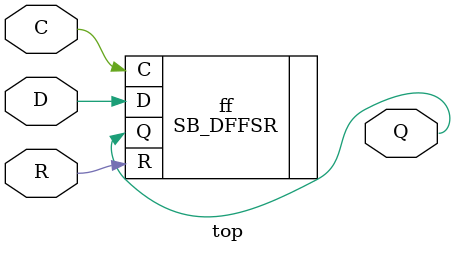
<source format=v>
module top (input C, D, R, output Q);
	SB_DFFSR ff (.C(C), .D(D), .R(R), .Q(Q));
endmodule

</source>
